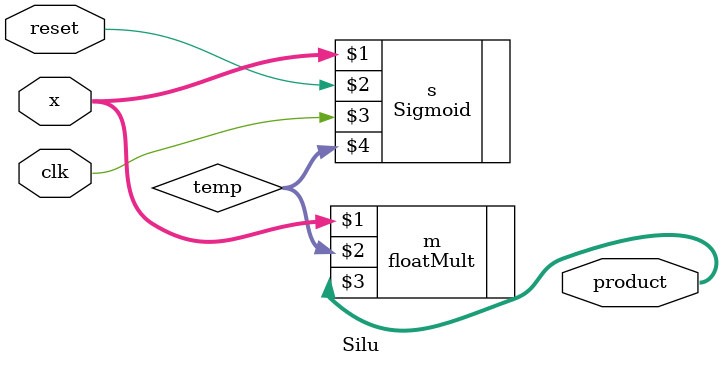
<source format=v>

`timescale 1ns / 1ps


module Silu(x,reset,clk,product);
localparam DATA_WIDTH = 16;
//assign coeff = 63'b0011100000000000_0011010000000000_1010010101010101_0001100001000100;
input signed [DATA_WIDTH-1:0] x;

input clk;
input reset;
output wire [15:0] product;
wire [DATA_WIDTH-1:0] temp;

Sigmoid s (x,reset,clk,temp);
floatMult m (x,temp,product);
endmodule

</source>
